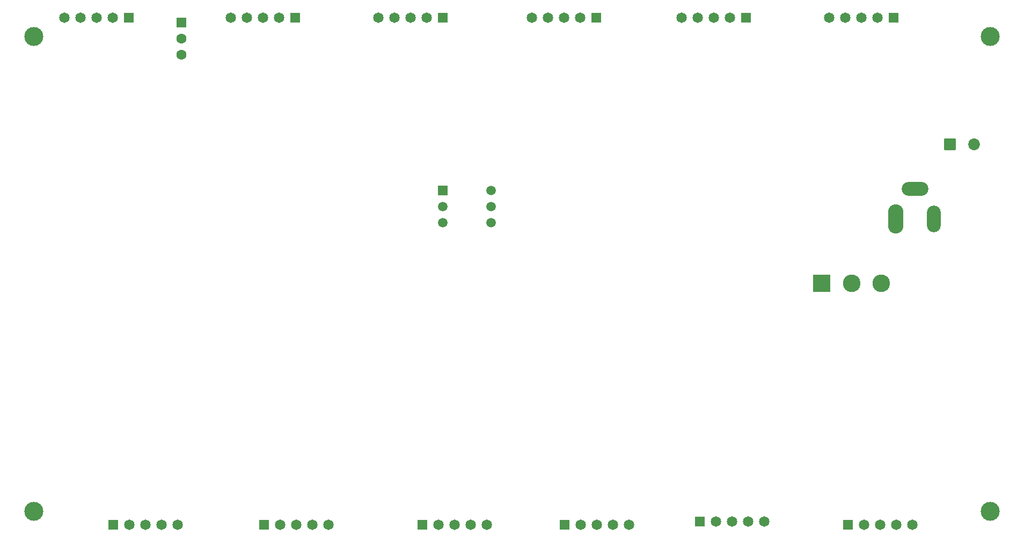
<source format=gbs>
G04 #@! TF.GenerationSoftware,KiCad,Pcbnew,9.0.1*
G04 #@! TF.CreationDate,2025-05-20T14:35:32+01:00*
G04 #@! TF.ProjectId,DST,4453542e-6b69-4636-9164-5f7063625858,rev?*
G04 #@! TF.SameCoordinates,Original*
G04 #@! TF.FileFunction,Soldermask,Bot*
G04 #@! TF.FilePolarity,Negative*
%FSLAX46Y46*%
G04 Gerber Fmt 4.6, Leading zero omitted, Abs format (unit mm)*
G04 Created by KiCad (PCBNEW 9.0.1) date 2025-05-20 14:35:32*
%MOMM*%
%LPD*%
G01*
G04 APERTURE LIST*
G04 Aperture macros list*
%AMRoundRect*
0 Rectangle with rounded corners*
0 $1 Rounding radius*
0 $2 $3 $4 $5 $6 $7 $8 $9 X,Y pos of 4 corners*
0 Add a 4 corners polygon primitive as box body*
4,1,4,$2,$3,$4,$5,$6,$7,$8,$9,$2,$3,0*
0 Add four circle primitives for the rounded corners*
1,1,$1+$1,$2,$3*
1,1,$1+$1,$4,$5*
1,1,$1+$1,$6,$7*
1,1,$1+$1,$8,$9*
0 Add four rect primitives between the rounded corners*
20,1,$1+$1,$2,$3,$4,$5,0*
20,1,$1+$1,$4,$5,$6,$7,0*
20,1,$1+$1,$6,$7,$8,$9,0*
20,1,$1+$1,$8,$9,$2,$3,0*%
G04 Aperture macros list end*
%ADD10C,3.000000*%
%ADD11R,1.650000X1.650000*%
%ADD12C,1.650000*%
%ADD13O,2.404000X4.604000*%
%ADD14O,2.204000X4.204000*%
%ADD15O,4.204000X2.204000*%
%ADD16RoundRect,0.102000X-0.699000X0.699000X-0.699000X-0.699000X0.699000X-0.699000X0.699000X0.699000X0*%
%ADD17C,1.602000*%
%ADD18R,1.509000X1.509000*%
%ADD19C,1.509000*%
%ADD20RoundRect,0.102000X-0.825000X-0.825000X0.825000X-0.825000X0.825000X0.825000X-0.825000X0.825000X0*%
%ADD21C,1.854000*%
%ADD22R,2.775000X2.775000*%
%ADD23C,2.775000*%
G04 APERTURE END LIST*
D10*
G04 #@! TO.C,REF\u002A\u002A*
X97900000Y-129300000D03*
G04 #@! TD*
D11*
G04 #@! TO.C,J5*
X233480000Y-51400000D03*
D12*
X230940000Y-51400000D03*
X228400000Y-51400000D03*
X225860000Y-51400000D03*
X223320000Y-51400000D03*
G04 #@! TD*
D11*
G04 #@! TO.C,J15*
X139080000Y-51400000D03*
D12*
X136540000Y-51400000D03*
X134000000Y-51400000D03*
X131460000Y-51400000D03*
X128920000Y-51400000D03*
G04 #@! TD*
D11*
G04 #@! TO.C,J8*
X159160000Y-131400000D03*
D12*
X161700000Y-131400000D03*
X164240000Y-131400000D03*
X166780000Y-131400000D03*
X169320000Y-131400000D03*
G04 #@! TD*
D13*
G04 #@! TO.C,J13*
X233900000Y-83100000D03*
D14*
X239900000Y-83100000D03*
D15*
X236900000Y-78400000D03*
G04 #@! TD*
D11*
G04 #@! TO.C,J4*
X110420000Y-131400000D03*
D12*
X112960000Y-131400000D03*
X115500000Y-131400000D03*
X118040000Y-131400000D03*
X120580000Y-131400000D03*
G04 #@! TD*
D11*
G04 #@! TO.C,J16*
X226320000Y-131400000D03*
D12*
X228860000Y-131400000D03*
X231400000Y-131400000D03*
X233940000Y-131400000D03*
X236480000Y-131400000D03*
G04 #@! TD*
D10*
G04 #@! TO.C,REF\u002A\u002A*
X248800000Y-129300000D03*
G04 #@! TD*
D11*
G04 #@! TO.C,J11*
X162380000Y-51400000D03*
D12*
X159840000Y-51400000D03*
X157300000Y-51400000D03*
X154760000Y-51400000D03*
X152220000Y-51400000D03*
G04 #@! TD*
D16*
G04 #@! TO.C,J2*
X121137500Y-52160000D03*
D17*
X121137500Y-54700000D03*
X121137500Y-57240000D03*
G04 #@! TD*
D11*
G04 #@! TO.C,J7*
X210200000Y-51400000D03*
D12*
X207660000Y-51400000D03*
X205120000Y-51400000D03*
X202580000Y-51400000D03*
X200040000Y-51400000D03*
G04 #@! TD*
D10*
G04 #@! TO.C,REF\u002A\u002A*
X248800000Y-54300000D03*
G04 #@! TD*
D18*
G04 #@! TO.C,S1*
X162400000Y-78620000D03*
D19*
X170020000Y-78620000D03*
X162400000Y-81160000D03*
X170020000Y-81160000D03*
X162400000Y-83700000D03*
X170020000Y-83700000D03*
G04 #@! TD*
D11*
G04 #@! TO.C,J12*
X202980000Y-130900000D03*
D12*
X205520000Y-130900000D03*
X208060000Y-130900000D03*
X210600000Y-130900000D03*
X213140000Y-130900000D03*
G04 #@! TD*
D10*
G04 #@! TO.C,REF\u002A\u002A*
X97900000Y-54300000D03*
G04 #@! TD*
D11*
G04 #@! TO.C,J9*
X186620000Y-51400000D03*
D12*
X184080000Y-51400000D03*
X181540000Y-51400000D03*
X179000000Y-51400000D03*
X176460000Y-51400000D03*
G04 #@! TD*
D11*
G04 #@! TO.C,J17*
X112880000Y-51400000D03*
D12*
X110340000Y-51400000D03*
X107800000Y-51400000D03*
X105260000Y-51400000D03*
X102720000Y-51400000D03*
G04 #@! TD*
D11*
G04 #@! TO.C,J6*
X134220000Y-131400000D03*
D12*
X136760000Y-131400000D03*
X139300000Y-131400000D03*
X141840000Y-131400000D03*
X144380000Y-131400000D03*
G04 #@! TD*
D20*
G04 #@! TO.C,J1*
X242390000Y-71400000D03*
D21*
X246200000Y-71400000D03*
G04 #@! TD*
D22*
G04 #@! TO.C,S2*
X222200000Y-93300000D03*
D23*
X226900000Y-93300000D03*
X231600000Y-93300000D03*
G04 #@! TD*
D11*
G04 #@! TO.C,J10*
X181620000Y-131400000D03*
D12*
X184160000Y-131400000D03*
X186700000Y-131400000D03*
X189240000Y-131400000D03*
X191780000Y-131400000D03*
G04 #@! TD*
M02*

</source>
